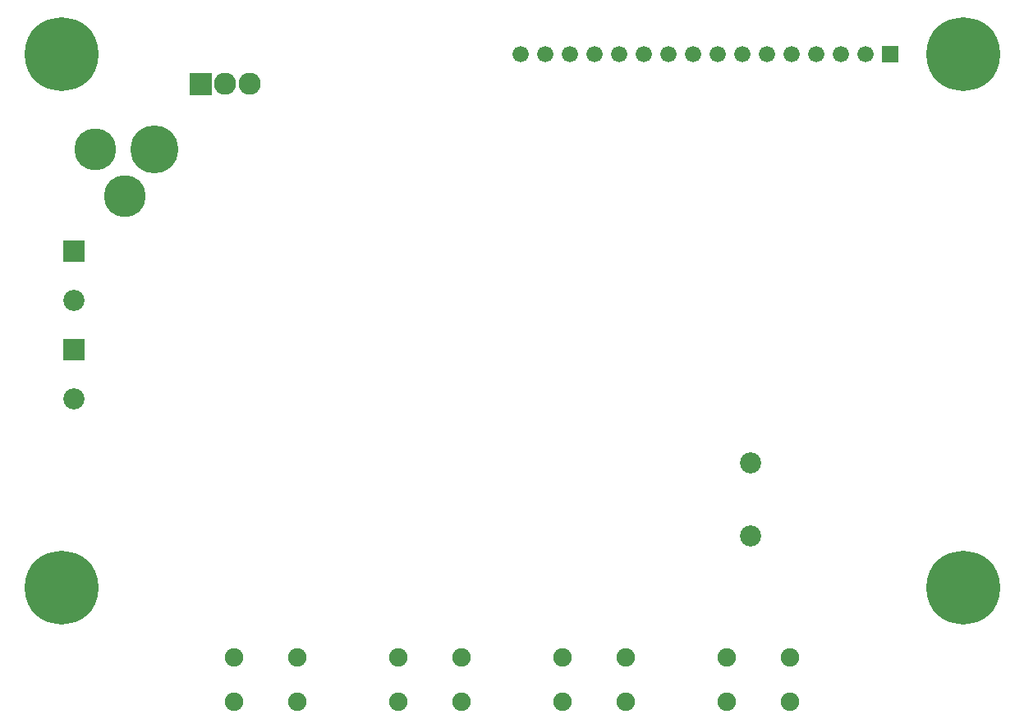
<source format=gbr>
G04 start of page 8 for group -4062 idx -4062 *
G04 Title: (unknown), soldermask *
G04 Creator: pcb 4.0.2 *
G04 CreationDate: Tue Apr 28 16:30:13 2020 UTC *
G04 For: ndholmes *
G04 Format: Gerber/RS-274X *
G04 PCB-Dimensions (mil): 4000.00 2900.00 *
G04 PCB-Coordinate-Origin: lower left *
%MOIN*%
%FSLAX25Y25*%
%LNBOTTOMMASK*%
%ADD92C,0.0660*%
%ADD91C,0.0750*%
%ADD90C,0.1700*%
%ADD89C,0.1950*%
%ADD88C,0.0900*%
%ADD87C,0.2997*%
%ADD86C,0.0860*%
%ADD85C,0.0001*%
G54D85*G36*
X17700Y157300D02*Y148700D01*
X26300D01*
Y157300D01*
X17700D01*
G37*
G54D86*X22000Y133000D03*
G54D85*G36*
X17700Y197300D02*Y188700D01*
X26300D01*
Y197300D01*
X17700D01*
G37*
G54D86*X22000Y173000D03*
G54D87*X17000Y56500D03*
Y273000D03*
G54D88*X93500Y261000D03*
X83500D03*
G54D85*G36*
X69000Y265500D02*Y256500D01*
X78000D01*
Y265500D01*
X69000D01*
G37*
G54D89*X54700Y234400D03*
G54D90*X30700D03*
X42700Y215400D03*
G54D87*X383000Y273000D03*
Y56500D03*
G54D91*X112795Y10142D03*
X87205D03*
X112795Y27858D03*
X87205D03*
X179495Y10142D03*
X153905D03*
X179495Y27858D03*
X153905D03*
X246095Y10142D03*
X312795D03*
X287205D03*
X220505D03*
X246095Y27858D03*
X312795D03*
X287205D03*
X220505D03*
G54D86*X296800Y77436D03*
Y106964D03*
G54D85*G36*
X350200Y276300D02*Y269700D01*
X356800D01*
Y276300D01*
X350200D01*
G37*
G54D92*X343500Y273000D03*
X333500D03*
X323500D03*
X313500D03*
X303500D03*
X293500D03*
X283500D03*
X273500D03*
X263500D03*
X253500D03*
X243500D03*
X233500D03*
X223500D03*
X213500D03*
X203500D03*
M02*

</source>
